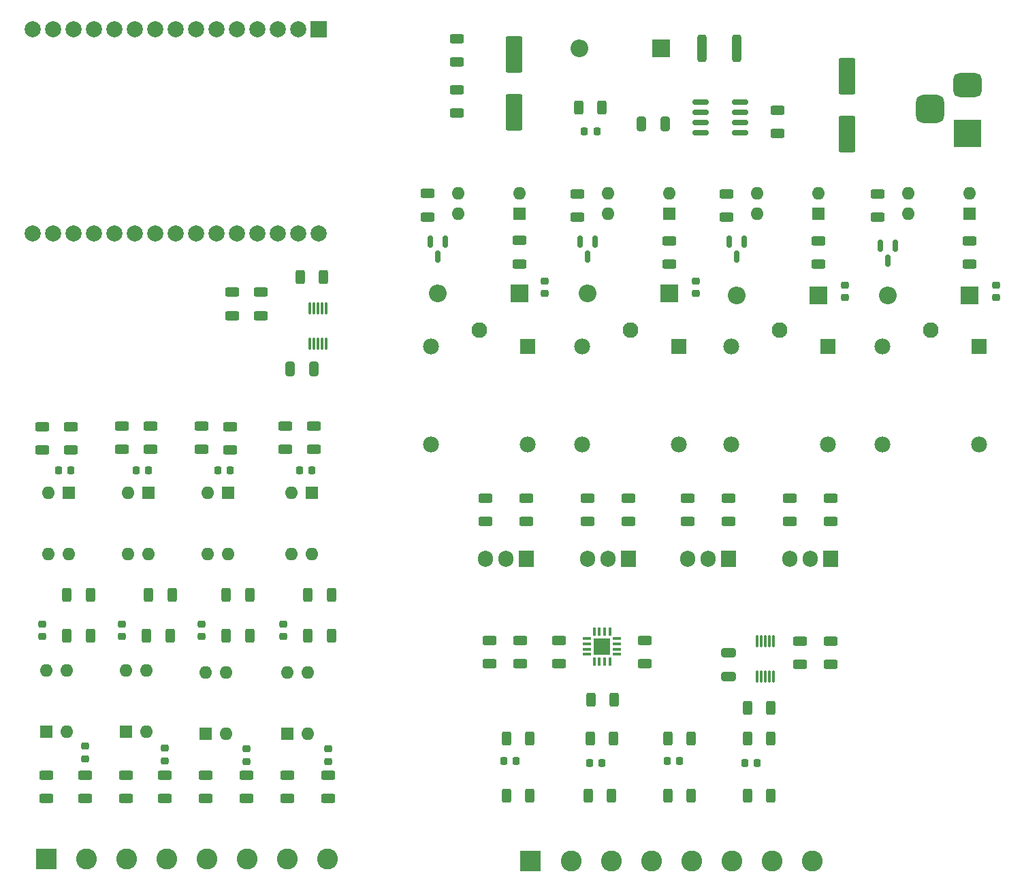
<source format=gbr>
%TF.GenerationSoftware,KiCad,Pcbnew,(6.0.9)*%
%TF.CreationDate,2022-12-14T22:51:07-08:00*%
%TF.ProjectId,halloween vending machine,68616c6c-6f77-4656-956e-2076656e6469,rev?*%
%TF.SameCoordinates,Original*%
%TF.FileFunction,Soldermask,Top*%
%TF.FilePolarity,Negative*%
%FSLAX46Y46*%
G04 Gerber Fmt 4.6, Leading zero omitted, Abs format (unit mm)*
G04 Created by KiCad (PCBNEW (6.0.9)) date 2022-12-14 22:51:07*
%MOMM*%
%LPD*%
G01*
G04 APERTURE LIST*
G04 Aperture macros list*
%AMRoundRect*
0 Rectangle with rounded corners*
0 $1 Rounding radius*
0 $2 $3 $4 $5 $6 $7 $8 $9 X,Y pos of 4 corners*
0 Add a 4 corners polygon primitive as box body*
4,1,4,$2,$3,$4,$5,$6,$7,$8,$9,$2,$3,0*
0 Add four circle primitives for the rounded corners*
1,1,$1+$1,$2,$3*
1,1,$1+$1,$4,$5*
1,1,$1+$1,$6,$7*
1,1,$1+$1,$8,$9*
0 Add four rect primitives between the rounded corners*
20,1,$1+$1,$2,$3,$4,$5,0*
20,1,$1+$1,$4,$5,$6,$7,0*
20,1,$1+$1,$6,$7,$8,$9,0*
20,1,$1+$1,$8,$9,$2,$3,0*%
G04 Aperture macros list end*
%ADD10R,1.980000X1.980000*%
%ADD11C,1.935000*%
%ADD12C,1.980000*%
%ADD13RoundRect,0.218750X-0.218750X-0.256250X0.218750X-0.256250X0.218750X0.256250X-0.218750X0.256250X0*%
%ADD14RoundRect,0.218750X0.218750X0.256250X-0.218750X0.256250X-0.218750X-0.256250X0.218750X-0.256250X0*%
%ADD15RoundRect,0.218750X-0.256250X0.218750X-0.256250X-0.218750X0.256250X-0.218750X0.256250X0.218750X0*%
%ADD16RoundRect,0.218750X0.256250X-0.218750X0.256250X0.218750X-0.256250X0.218750X-0.256250X-0.218750X0*%
%ADD17R,2.600000X2.600000*%
%ADD18C,2.600000*%
%ADD19RoundRect,0.250000X-0.625000X0.312500X-0.625000X-0.312500X0.625000X-0.312500X0.625000X0.312500X0*%
%ADD20RoundRect,0.250000X-0.312500X-0.625000X0.312500X-0.625000X0.312500X0.625000X-0.312500X0.625000X0*%
%ADD21RoundRect,0.250000X0.650000X-0.325000X0.650000X0.325000X-0.650000X0.325000X-0.650000X-0.325000X0*%
%ADD22R,1.600000X1.600000*%
%ADD23O,1.600000X1.600000*%
%ADD24RoundRect,0.250000X0.625000X-0.312500X0.625000X0.312500X-0.625000X0.312500X-0.625000X-0.312500X0*%
%ADD25RoundRect,0.075000X0.075000X-0.650000X0.075000X0.650000X-0.075000X0.650000X-0.075000X-0.650000X0*%
%ADD26RoundRect,0.150000X-0.150000X0.587500X-0.150000X-0.587500X0.150000X-0.587500X0.150000X0.587500X0*%
%ADD27RoundRect,0.087500X0.425000X0.087500X-0.425000X0.087500X-0.425000X-0.087500X0.425000X-0.087500X0*%
%ADD28RoundRect,0.087500X0.087500X0.425000X-0.087500X0.425000X-0.087500X-0.425000X0.087500X-0.425000X0*%
%ADD29R,2.100000X2.100000*%
%ADD30R,2.200000X2.200000*%
%ADD31O,2.200000X2.200000*%
%ADD32RoundRect,0.150000X-0.825000X-0.150000X0.825000X-0.150000X0.825000X0.150000X-0.825000X0.150000X0*%
%ADD33RoundRect,0.250000X0.312500X0.625000X-0.312500X0.625000X-0.312500X-0.625000X0.312500X-0.625000X0*%
%ADD34RoundRect,0.250001X0.799999X-1.999999X0.799999X1.999999X-0.799999X1.999999X-0.799999X-1.999999X0*%
%ADD35RoundRect,0.250000X0.325000X0.650000X-0.325000X0.650000X-0.325000X-0.650000X0.325000X-0.650000X0*%
%ADD36R,2.000000X2.000000*%
%ADD37C,2.000000*%
%ADD38R,1.905000X2.000000*%
%ADD39O,1.905000X2.000000*%
%ADD40RoundRect,0.250000X-0.312500X-1.450000X0.312500X-1.450000X0.312500X1.450000X-0.312500X1.450000X0*%
%ADD41R,3.500000X3.500000*%
%ADD42RoundRect,0.750000X-1.000000X0.750000X-1.000000X-0.750000X1.000000X-0.750000X1.000000X0.750000X0*%
%ADD43RoundRect,0.875000X-0.875000X0.875000X-0.875000X-0.875000X0.875000X-0.875000X0.875000X0.875000X0*%
%ADD44RoundRect,0.075000X-0.075000X0.650000X-0.075000X-0.650000X0.075000X-0.650000X0.075000X0.650000X0*%
G04 APERTURE END LIST*
D10*
%TO.C,K4*%
X144176000Y-61210000D03*
D11*
X138176000Y-59210000D03*
D12*
X132176000Y-61210000D03*
X132176000Y-73410000D03*
X144176000Y-73410000D03*
%TD*%
D10*
%TO.C,K3*%
X125380000Y-61210000D03*
D11*
X119380000Y-59210000D03*
D12*
X113380000Y-61210000D03*
X113380000Y-73410000D03*
X125380000Y-73410000D03*
%TD*%
D10*
%TO.C,K2*%
X106838000Y-61210000D03*
D11*
X100838000Y-59210000D03*
D12*
X94838000Y-61210000D03*
X94838000Y-73410000D03*
X106838000Y-73410000D03*
%TD*%
D10*
%TO.C,K1*%
X88042000Y-61210000D03*
D11*
X82042000Y-59210000D03*
D12*
X76042000Y-61210000D03*
X76042000Y-73410000D03*
X88042000Y-73410000D03*
%TD*%
D13*
%TO.C,D26*%
X95057500Y-34500000D03*
X96632500Y-34500000D03*
%TD*%
D14*
%TO.C,D25*%
X61239500Y-76657000D03*
X59664500Y-76657000D03*
%TD*%
%TO.C,D24*%
X51079500Y-76657000D03*
X49504500Y-76657000D03*
%TD*%
%TO.C,D23*%
X40919500Y-76657000D03*
X39344500Y-76657000D03*
%TD*%
%TO.C,D22*%
X31267500Y-76667000D03*
X29692500Y-76667000D03*
%TD*%
D15*
%TO.C,D9*%
X57618000Y-95732500D03*
X57618000Y-97307500D03*
%TD*%
%TO.C,D8*%
X47458000Y-95732500D03*
X47458000Y-97307500D03*
%TD*%
%TO.C,D7*%
X37552000Y-95732500D03*
X37552000Y-97307500D03*
%TD*%
%TO.C,D6*%
X27646000Y-95732500D03*
X27646000Y-97307500D03*
%TD*%
D16*
%TO.C,D13*%
X127508000Y-55143500D03*
X127508000Y-53568500D03*
%TD*%
D13*
%TO.C,D21*%
X116611500Y-113030000D03*
X115036500Y-113030000D03*
%TD*%
%TO.C,D20*%
X106959500Y-112776000D03*
X105384500Y-112776000D03*
%TD*%
%TO.C,D19*%
X95732500Y-113030000D03*
X97307500Y-113030000D03*
%TD*%
%TO.C,D18*%
X85064500Y-112776000D03*
X86639500Y-112776000D03*
%TD*%
D16*
%TO.C,D14*%
X146304000Y-55143500D03*
X146304000Y-53568500D03*
%TD*%
%TO.C,D12*%
X108966000Y-54635500D03*
X108966000Y-53060500D03*
%TD*%
%TO.C,D10*%
X90170000Y-54635500D03*
X90170000Y-53060500D03*
%TD*%
D15*
%TO.C,D5*%
X63206000Y-111266500D03*
X63206000Y-112841500D03*
%TD*%
%TO.C,D4*%
X53046000Y-111266500D03*
X53046000Y-112841500D03*
%TD*%
%TO.C,D3*%
X42886000Y-111175500D03*
X42886000Y-112750500D03*
%TD*%
%TO.C,D2*%
X32980000Y-110921500D03*
X32980000Y-112496500D03*
%TD*%
D17*
%TO.C,J2*%
X28180000Y-124968000D03*
D18*
X33180000Y-124968000D03*
X38180000Y-124968000D03*
X43180000Y-124968000D03*
X48180000Y-124968000D03*
X53180000Y-124968000D03*
X58180000Y-124968000D03*
X63180000Y-124968000D03*
%TD*%
D19*
%TO.C,R24*%
X87026000Y-48063500D03*
X87026000Y-50988500D03*
%TD*%
D20*
%TO.C,R21*%
X40915500Y-92151000D03*
X43840500Y-92151000D03*
%TD*%
D21*
%TO.C,C4*%
X113030000Y-102313000D03*
X113030000Y-99363000D03*
%TD*%
D22*
%TO.C,U5*%
X28149000Y-109159000D03*
D23*
X30689000Y-109159000D03*
X30689000Y-101539000D03*
X28149000Y-101539000D03*
%TD*%
D24*
%TO.C,R50*%
X47458000Y-74055500D03*
X47458000Y-71130500D03*
%TD*%
D25*
%TO.C,U17*%
X60976000Y-60874000D03*
X61476000Y-60874000D03*
X61976000Y-60874000D03*
X62476000Y-60874000D03*
X62976000Y-60874000D03*
X62976000Y-56474000D03*
X62476000Y-56474000D03*
X61976000Y-56474000D03*
X61476000Y-56474000D03*
X60976000Y-56474000D03*
%TD*%
D17*
%TO.C,J3*%
X88418000Y-125273000D03*
D18*
X93418000Y-125273000D03*
X98418000Y-125273000D03*
X103418000Y-125273000D03*
X108418000Y-125273000D03*
X113418000Y-125273000D03*
X118418000Y-125273000D03*
X123418000Y-125273000D03*
%TD*%
D20*
%TO.C,R17*%
X40661500Y-97231000D03*
X43586500Y-97231000D03*
%TD*%
D22*
%TO.C,U12*%
X142992000Y-44709000D03*
D23*
X142992000Y-42169000D03*
X135372000Y-42169000D03*
X135372000Y-44709000D03*
%TD*%
D26*
%TO.C,Q1*%
X77816000Y-48159000D03*
X75916000Y-48159000D03*
X76866000Y-50034000D03*
%TD*%
D19*
%TO.C,R27*%
X124206000Y-48095500D03*
X124206000Y-51020500D03*
%TD*%
D20*
%TO.C,R18*%
X50567500Y-97231000D03*
X53492500Y-97231000D03*
%TD*%
D19*
%TO.C,R31*%
X131572000Y-42225500D03*
X131572000Y-45150500D03*
%TD*%
D20*
%TO.C,R20*%
X30755500Y-92151000D03*
X33680500Y-92151000D03*
%TD*%
D27*
%TO.C,U3*%
X99144500Y-99527000D03*
X99144500Y-98877000D03*
X99144500Y-98227000D03*
X99144500Y-97577000D03*
D28*
X98257000Y-96689500D03*
X97607000Y-96689500D03*
X96957000Y-96689500D03*
X96307000Y-96689500D03*
D27*
X95419500Y-97577000D03*
X95419500Y-98227000D03*
X95419500Y-98877000D03*
X95419500Y-99527000D03*
D28*
X96307000Y-100414500D03*
X96957000Y-100414500D03*
X97607000Y-100414500D03*
X98257000Y-100414500D03*
D29*
X97282000Y-98552000D03*
%TD*%
D30*
%TO.C,D15*%
X105664000Y-54610000D03*
D31*
X95504000Y-54610000D03*
%TD*%
D32*
%TO.C,U2*%
X109539000Y-30861000D03*
X109539000Y-32131000D03*
X109539000Y-33401000D03*
X109539000Y-34671000D03*
X114489000Y-34671000D03*
X114489000Y-33401000D03*
X114489000Y-32131000D03*
X114489000Y-30861000D03*
%TD*%
D33*
%TO.C,R44*%
X108396500Y-109982000D03*
X105471500Y-109982000D03*
%TD*%
D34*
%TO.C,C3*%
X86360000Y-32092000D03*
X86360000Y-24892000D03*
%TD*%
D24*
%TO.C,R51*%
X57872000Y-74055500D03*
X57872000Y-71130500D03*
%TD*%
%TO.C,R8*%
X28154000Y-117489500D03*
X28154000Y-114564500D03*
%TD*%
%TO.C,R5*%
X91948000Y-100715000D03*
X91948000Y-97790000D03*
%TD*%
%TO.C,R13*%
X53046000Y-117489500D03*
X53046000Y-114564500D03*
%TD*%
D19*
%TO.C,R26*%
X105664000Y-48067500D03*
X105664000Y-50992500D03*
%TD*%
D24*
%TO.C,R59*%
X51308000Y-57404000D03*
X51308000Y-54479000D03*
%TD*%
D19*
%TO.C,R30*%
X112776000Y-42253500D03*
X112776000Y-45178500D03*
%TD*%
D22*
%TO.C,U13*%
X30953000Y-79461000D03*
D23*
X28413000Y-79461000D03*
X28413000Y-87081000D03*
X30953000Y-87081000D03*
%TD*%
D24*
%TO.C,R12*%
X47966000Y-117489500D03*
X47966000Y-114564500D03*
%TD*%
D20*
%TO.C,R23*%
X60727500Y-92151000D03*
X63652500Y-92151000D03*
%TD*%
D19*
%TO.C,R35*%
X100584000Y-80071500D03*
X100584000Y-82996500D03*
%TD*%
D33*
%TO.C,R42*%
X98744500Y-109982000D03*
X95819500Y-109982000D03*
%TD*%
D19*
%TO.C,R33*%
X125730000Y-80071500D03*
X125730000Y-82996500D03*
%TD*%
D24*
%TO.C,R60*%
X125730000Y-100776500D03*
X125730000Y-97851500D03*
%TD*%
D33*
%TO.C,R46*%
X118302500Y-109982000D03*
X115377500Y-109982000D03*
%TD*%
D19*
%TO.C,R2*%
X79248000Y-22921500D03*
X79248000Y-25846500D03*
%TD*%
D35*
%TO.C,C5*%
X61419000Y-64008000D03*
X58469000Y-64008000D03*
%TD*%
D24*
%TO.C,R39*%
X95504000Y-82996500D03*
X95504000Y-80071500D03*
%TD*%
%TO.C,R49*%
X37552000Y-74055500D03*
X37552000Y-71130500D03*
%TD*%
D33*
%TO.C,R57*%
X118302500Y-106172000D03*
X115377500Y-106172000D03*
%TD*%
D24*
%TO.C,R11*%
X42886000Y-117489500D03*
X42886000Y-114564500D03*
%TD*%
D36*
%TO.C,U1*%
X62015000Y-21800000D03*
D37*
X59475000Y-21800000D03*
X56935000Y-21800000D03*
X54395000Y-21800000D03*
X51855000Y-21800000D03*
X49315000Y-21800000D03*
X46775000Y-21800000D03*
X44235000Y-21800000D03*
X41695000Y-21800000D03*
X39155000Y-21800000D03*
X36615000Y-21800000D03*
X34075000Y-21800000D03*
X31535000Y-21800000D03*
X28995000Y-21800000D03*
X26455000Y-21800000D03*
X26455000Y-47200000D03*
X28995000Y-47200000D03*
X31535000Y-47200000D03*
X34075000Y-47200000D03*
X36615000Y-47200000D03*
X39155000Y-47200000D03*
X41695000Y-47200000D03*
X44235000Y-47200000D03*
X46775000Y-47200000D03*
X49315000Y-47200000D03*
X51855000Y-47200000D03*
X54395000Y-47200000D03*
X56935000Y-47200000D03*
X59475000Y-47200000D03*
X62015000Y-47200000D03*
%TD*%
D33*
%TO.C,R43*%
X98490500Y-117094000D03*
X95565500Y-117094000D03*
%TD*%
D20*
%TO.C,R19*%
X60727500Y-97231000D03*
X63652500Y-97231000D03*
%TD*%
D24*
%TO.C,R62*%
X54864000Y-57404000D03*
X54864000Y-54479000D03*
%TD*%
D19*
%TO.C,R25*%
X75596000Y-42221500D03*
X75596000Y-45146500D03*
%TD*%
D30*
%TO.C,D17*%
X143002000Y-54892000D03*
D31*
X132842000Y-54892000D03*
%TD*%
D33*
%TO.C,R40*%
X88330500Y-109982000D03*
X85405500Y-109982000D03*
%TD*%
D24*
%TO.C,R6*%
X87122000Y-100715000D03*
X87122000Y-97790000D03*
%TD*%
D22*
%TO.C,U7*%
X47961000Y-109413000D03*
D23*
X50501000Y-109413000D03*
X50501000Y-101793000D03*
X47961000Y-101793000D03*
%TD*%
D22*
%TO.C,U11*%
X124196000Y-44737000D03*
D23*
X124196000Y-42197000D03*
X116576000Y-42197000D03*
X116576000Y-44737000D03*
%TD*%
D33*
%TO.C,R41*%
X88330500Y-117094000D03*
X85405500Y-117094000D03*
%TD*%
D20*
%TO.C,R63*%
X94382500Y-31480000D03*
X97307500Y-31480000D03*
%TD*%
%TO.C,R56*%
X95881000Y-105156000D03*
X98806000Y-105156000D03*
%TD*%
D26*
%TO.C,Q3*%
X114996000Y-48163000D03*
X113096000Y-48163000D03*
X114046000Y-50038000D03*
%TD*%
D38*
%TO.C,Q5*%
X113030000Y-87630000D03*
D39*
X110490000Y-87630000D03*
X107950000Y-87630000D03*
%TD*%
D19*
%TO.C,R32*%
X113030000Y-80071500D03*
X113030000Y-82996500D03*
%TD*%
D26*
%TO.C,Q4*%
X133792000Y-48699000D03*
X131892000Y-48699000D03*
X132842000Y-50574000D03*
%TD*%
D19*
%TO.C,R29*%
X94234000Y-42225500D03*
X94234000Y-45150500D03*
%TD*%
%TO.C,R34*%
X87884000Y-80071500D03*
X87884000Y-82996500D03*
%TD*%
D40*
%TO.C,L1*%
X109728000Y-24130000D03*
X114003000Y-24130000D03*
%TD*%
D22*
%TO.C,U10*%
X105654000Y-44709000D03*
D23*
X105654000Y-42169000D03*
X98034000Y-42169000D03*
X98034000Y-44709000D03*
%TD*%
D19*
%TO.C,R7*%
X102616000Y-97790000D03*
X102616000Y-100715000D03*
%TD*%
D24*
%TO.C,R48*%
X27646000Y-74117000D03*
X27646000Y-71192000D03*
%TD*%
D22*
%TO.C,U6*%
X38055000Y-109159000D03*
D23*
X40595000Y-109159000D03*
X40595000Y-101539000D03*
X38055000Y-101539000D03*
%TD*%
D30*
%TO.C,D1*%
X104648000Y-24130000D03*
D31*
X94488000Y-24130000D03*
%TD*%
D35*
%TO.C,C2*%
X105107000Y-33528000D03*
X102157000Y-33528000D03*
%TD*%
D22*
%TO.C,U9*%
X87026000Y-44700000D03*
D23*
X87026000Y-42160000D03*
X79406000Y-42160000D03*
X79406000Y-44700000D03*
%TD*%
D24*
%TO.C,R38*%
X82804000Y-82996500D03*
X82804000Y-80071500D03*
%TD*%
D19*
%TO.C,R28*%
X143002000Y-48067500D03*
X143002000Y-50992500D03*
%TD*%
D24*
%TO.C,R52*%
X31202000Y-74117000D03*
X31202000Y-71192000D03*
%TD*%
D33*
%TO.C,R45*%
X108396500Y-117094000D03*
X105471500Y-117094000D03*
%TD*%
D22*
%TO.C,U8*%
X58121000Y-109413000D03*
D23*
X60661000Y-109413000D03*
X60661000Y-101793000D03*
X58121000Y-101793000D03*
%TD*%
D30*
%TO.C,D11*%
X87026000Y-54606000D03*
D31*
X76866000Y-54606000D03*
%TD*%
D24*
%TO.C,R54*%
X51014000Y-74117000D03*
X51014000Y-71192000D03*
%TD*%
D41*
%TO.C,J1*%
X142748000Y-34702000D03*
D42*
X142748000Y-28702000D03*
D43*
X138048000Y-31702000D03*
%TD*%
D24*
%TO.C,R61*%
X121920000Y-100776500D03*
X121920000Y-97851500D03*
%TD*%
%TO.C,R36*%
X107950000Y-82996500D03*
X107950000Y-80071500D03*
%TD*%
D22*
%TO.C,U15*%
X50765000Y-79461000D03*
D23*
X48225000Y-79461000D03*
X48225000Y-87081000D03*
X50765000Y-87081000D03*
%TD*%
D24*
%TO.C,R37*%
X120650000Y-82996500D03*
X120650000Y-80071500D03*
%TD*%
D33*
%TO.C,R58*%
X62676500Y-52578000D03*
X59751500Y-52578000D03*
%TD*%
D38*
%TO.C,Q7*%
X87884000Y-87630000D03*
D39*
X85344000Y-87630000D03*
X82804000Y-87630000D03*
%TD*%
D34*
%TO.C,C1*%
X127762000Y-34842000D03*
X127762000Y-27642000D03*
%TD*%
D24*
%TO.C,R55*%
X61428000Y-74055500D03*
X61428000Y-71130500D03*
%TD*%
%TO.C,R9*%
X32980000Y-117489500D03*
X32980000Y-114564500D03*
%TD*%
D26*
%TO.C,Q2*%
X96454000Y-48163000D03*
X94554000Y-48163000D03*
X95504000Y-50038000D03*
%TD*%
D24*
%TO.C,R15*%
X63206000Y-117489500D03*
X63206000Y-114564500D03*
%TD*%
%TO.C,R1*%
X119126000Y-34736500D03*
X119126000Y-31811500D03*
%TD*%
D38*
%TO.C,Q8*%
X100584000Y-87630000D03*
D39*
X98044000Y-87630000D03*
X95504000Y-87630000D03*
%TD*%
D22*
%TO.C,U14*%
X40859000Y-79461000D03*
D23*
X38319000Y-79461000D03*
X38319000Y-87081000D03*
X40859000Y-87081000D03*
%TD*%
D44*
%TO.C,U4*%
X118602000Y-97876000D03*
X118102000Y-97876000D03*
X117602000Y-97876000D03*
X117102000Y-97876000D03*
X116602000Y-97876000D03*
X116602000Y-102276000D03*
X117102000Y-102276000D03*
X117602000Y-102276000D03*
X118102000Y-102276000D03*
X118602000Y-102276000D03*
%TD*%
D20*
%TO.C,R16*%
X30755500Y-97231000D03*
X33680500Y-97231000D03*
%TD*%
D19*
%TO.C,R3*%
X79248000Y-29271500D03*
X79248000Y-32196500D03*
%TD*%
D24*
%TO.C,R4*%
X83312000Y-100715000D03*
X83312000Y-97790000D03*
%TD*%
D20*
%TO.C,R22*%
X50567500Y-92151000D03*
X53492500Y-92151000D03*
%TD*%
D33*
%TO.C,R47*%
X118302500Y-117094000D03*
X115377500Y-117094000D03*
%TD*%
D24*
%TO.C,R10*%
X38060000Y-117489500D03*
X38060000Y-114564500D03*
%TD*%
%TO.C,R53*%
X41108000Y-74055500D03*
X41108000Y-71130500D03*
%TD*%
%TO.C,R14*%
X58126000Y-117489500D03*
X58126000Y-114564500D03*
%TD*%
D30*
%TO.C,D16*%
X124206000Y-54864000D03*
D31*
X114046000Y-54864000D03*
%TD*%
D22*
%TO.C,U16*%
X61179000Y-79461000D03*
D23*
X58639000Y-79461000D03*
X58639000Y-87081000D03*
X61179000Y-87081000D03*
%TD*%
D38*
%TO.C,Q6*%
X125730000Y-87630000D03*
D39*
X123190000Y-87630000D03*
X120650000Y-87630000D03*
%TD*%
M02*

</source>
